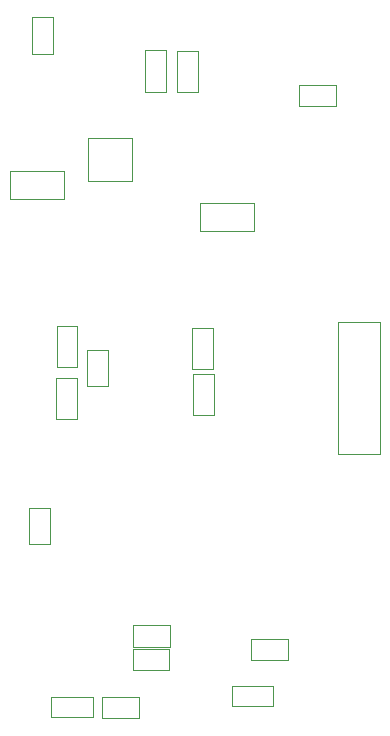
<source format=gbr>
G04 #@! TF.GenerationSoftware,KiCad,Pcbnew,5.1.7-a382d34a8~88~ubuntu18.04.1*
G04 #@! TF.CreationDate,2021-05-18T13:12:31+05:30*
G04 #@! TF.ProjectId,Sensor_pcb_v4,53656e73-6f72-45f7-9063-625f76342e6b,rev?*
G04 #@! TF.SameCoordinates,Original*
G04 #@! TF.FileFunction,Other,User*
%FSLAX46Y46*%
G04 Gerber Fmt 4.6, Leading zero omitted, Abs format (unit mm)*
G04 Created by KiCad (PCBNEW 5.1.7-a382d34a8~88~ubuntu18.04.1) date 2021-05-18 13:12:31*
%MOMM*%
%LPD*%
G01*
G04 APERTURE LIST*
%ADD10C,0.050000*%
G04 APERTURE END LIST*
D10*
X27527700Y-61419100D02*
X27527700Y-64519100D01*
X27527700Y-61419100D02*
X29327700Y-61419100D01*
X29327700Y-64519100D02*
X27527700Y-64519100D01*
X29327700Y-64519100D02*
X29327700Y-61419100D01*
X25873700Y-32937000D02*
X25873700Y-35257000D01*
X30473700Y-32937000D02*
X30473700Y-35257000D01*
X30473700Y-35257000D02*
X25873700Y-35257000D01*
X30473700Y-32937000D02*
X25873700Y-32937000D01*
X53673600Y-45675100D02*
X57273600Y-45675100D01*
X53673600Y-56875100D02*
X53673600Y-45675100D01*
X57273600Y-56875100D02*
X53673600Y-56875100D01*
X57273600Y-45675100D02*
X57273600Y-56875100D01*
X44693900Y-78225700D02*
X48193900Y-78225700D01*
X44693900Y-78225700D02*
X44693900Y-76475700D01*
X48193900Y-76475700D02*
X48193900Y-78225700D01*
X48193900Y-76475700D02*
X44693900Y-76475700D01*
X41357500Y-46197600D02*
X41357500Y-49697600D01*
X41357500Y-46197600D02*
X43107500Y-46197600D01*
X43107500Y-49697600D02*
X41357500Y-49697600D01*
X43107500Y-49697600D02*
X43107500Y-46197600D01*
X43176100Y-53555800D02*
X43176100Y-50055800D01*
X43176100Y-53555800D02*
X41426100Y-53555800D01*
X41426100Y-50055800D02*
X43176100Y-50055800D01*
X41426100Y-50055800D02*
X41426100Y-53555800D01*
X31603800Y-49502000D02*
X31603800Y-46002000D01*
X31603800Y-49502000D02*
X29853800Y-49502000D01*
X29853800Y-46002000D02*
X31603800Y-46002000D01*
X29853800Y-46002000D02*
X29853800Y-49502000D01*
X31548100Y-53908900D02*
X31548100Y-50408900D01*
X31548100Y-53908900D02*
X29798100Y-53908900D01*
X29798100Y-50408900D02*
X31548100Y-50408900D01*
X29798100Y-50408900D02*
X29798100Y-53908900D01*
X37377500Y-22697500D02*
X37377500Y-26197500D01*
X37377500Y-22697500D02*
X39127500Y-22697500D01*
X39127500Y-26197500D02*
X37377500Y-26197500D01*
X39127500Y-26197500D02*
X39127500Y-22697500D01*
X40034300Y-22719600D02*
X40034300Y-26219600D01*
X40034300Y-22719600D02*
X41784300Y-22719600D01*
X41784300Y-26219600D02*
X40034300Y-26219600D01*
X41784300Y-26219600D02*
X41784300Y-22719600D01*
X49421400Y-72518700D02*
X46321400Y-72518700D01*
X49421400Y-72518700D02*
X49421400Y-74318700D01*
X46321400Y-74318700D02*
X46321400Y-72518700D01*
X46321400Y-74318700D02*
X49421400Y-74318700D01*
X32440000Y-48048600D02*
X32440000Y-51148600D01*
X32440000Y-48048600D02*
X34240000Y-48048600D01*
X34240000Y-51148600D02*
X32440000Y-51148600D01*
X34240000Y-51148600D02*
X34240000Y-48048600D01*
X29538500Y-22990100D02*
X29538500Y-19890100D01*
X29538500Y-22990100D02*
X27738500Y-22990100D01*
X27738500Y-19890100D02*
X29538500Y-19890100D01*
X27738500Y-19890100D02*
X27738500Y-22990100D01*
X50375200Y-27389700D02*
X53475200Y-27389700D01*
X50375200Y-27389700D02*
X50375200Y-25589700D01*
X53475200Y-25589700D02*
X53475200Y-27389700D01*
X53475200Y-25589700D02*
X50375200Y-25589700D01*
X32471300Y-30110000D02*
X32471300Y-33710000D01*
X36271300Y-30110000D02*
X32471300Y-30110000D01*
X36271300Y-33710000D02*
X36271300Y-30110000D01*
X32471300Y-33710000D02*
X36271300Y-33710000D01*
X41995100Y-35654800D02*
X41995100Y-37974800D01*
X46595100Y-35654800D02*
X46595100Y-37974800D01*
X46595100Y-37974800D02*
X41995100Y-37974800D01*
X46595100Y-35654800D02*
X41995100Y-35654800D01*
X32898000Y-77410300D02*
X29398000Y-77410300D01*
X32898000Y-77410300D02*
X32898000Y-79160300D01*
X29398000Y-79160300D02*
X29398000Y-77410300D01*
X29398000Y-79160300D02*
X32898000Y-79160300D01*
X36311200Y-75174700D02*
X39411200Y-75174700D01*
X36311200Y-75174700D02*
X36311200Y-73374700D01*
X39411200Y-73374700D02*
X39411200Y-75174700D01*
X39411200Y-73374700D02*
X36311200Y-73374700D01*
X39416300Y-71383300D02*
X36316300Y-71383300D01*
X39416300Y-71383300D02*
X39416300Y-73183300D01*
X36316300Y-73183300D02*
X36316300Y-71383300D01*
X36316300Y-73183300D02*
X39416300Y-73183300D01*
X36825500Y-77431100D02*
X33725500Y-77431100D01*
X36825500Y-77431100D02*
X36825500Y-79231100D01*
X33725500Y-79231100D02*
X33725500Y-77431100D01*
X33725500Y-79231100D02*
X36825500Y-79231100D01*
M02*

</source>
